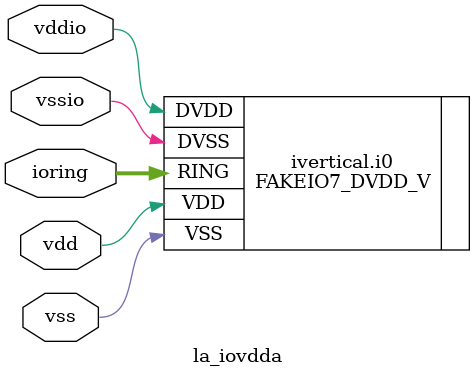
<source format=v>
/*****************************************************************************
 * Function: Analog Supply IO Cell
 * Copyright: Lambda Project Authors. All rights Reserved.
 * License:  MIT (see LICENSE file in Lambda repository)
 *
 * Docs:
 *
 * ../README.md
 *
 ****************************************************************************/
module la_iovdda #(
    parameter PROP  = "DEFAULT",  // cell property
    parameter SIDE  = "NO",       // "NO", "SO", "EA", "WE"
    parameter RINGW = 8           // width of io ring
) (
    inout             vdd,    // core supply
    inout             vss,    // core ground
    inout             vddio,  // io supply
    inout             vssio,  // io ground
    inout [RINGW-1:0] ioring  // generic ioring interface
);

  generate
    if (SIDE == "NO" | SIDE == "SO") begin : ivertical
      FAKEIO7_DVDD_V i0 (
          .DVDD(vddio),
          .DVSS(vssio),
          .VDD (vdd),
          .VSS (vss),
          .RING(ioring)
      );
    end else begin : ihorizontal
      FAKEIO7_DVDD_H i0 (
          .DVDD(vddio),
          .DVSS(vssio),
          .VDD (vdd),
          .VSS (vss),
          .RING(ioring)
      );
    end
  endgenerate

endmodule

</source>
